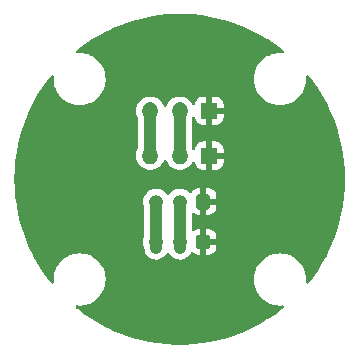
<source format=gbr>
%TF.GenerationSoftware,KiCad,Pcbnew,7.0.1*%
%TF.CreationDate,2024-02-10T23:36:13+09:00*%
%TF.ProjectId,connect,636f6e6e-6563-4742-9e6b-696361645f70,rev?*%
%TF.SameCoordinates,Original*%
%TF.FileFunction,Copper,L1,Top*%
%TF.FilePolarity,Positive*%
%FSLAX46Y46*%
G04 Gerber Fmt 4.6, Leading zero omitted, Abs format (unit mm)*
G04 Created by KiCad (PCBNEW 7.0.1) date 2024-02-10 23:36:13*
%MOMM*%
%LPD*%
G01*
G04 APERTURE LIST*
G04 Aperture macros list*
%AMRoundRect*
0 Rectangle with rounded corners*
0 $1 Rounding radius*
0 $2 $3 $4 $5 $6 $7 $8 $9 X,Y pos of 4 corners*
0 Add a 4 corners polygon primitive as box body*
4,1,4,$2,$3,$4,$5,$6,$7,$8,$9,$2,$3,0*
0 Add four circle primitives for the rounded corners*
1,1,$1+$1,$2,$3*
1,1,$1+$1,$4,$5*
1,1,$1+$1,$6,$7*
1,1,$1+$1,$8,$9*
0 Add four rect primitives between the rounded corners*
20,1,$1+$1,$2,$3,$4,$5,0*
20,1,$1+$1,$4,$5,$6,$7,0*
20,1,$1+$1,$6,$7,$8,$9,0*
20,1,$1+$1,$8,$9,$2,$3,0*%
G04 Aperture macros list end*
%TA.AperFunction,ComponentPad*%
%ADD10RoundRect,0.205882X0.494118X0.494118X-0.494118X0.494118X-0.494118X-0.494118X0.494118X-0.494118X0*%
%TD*%
%TA.AperFunction,ComponentPad*%
%ADD11O,1.400000X1.400000*%
%TD*%
%TA.AperFunction,ComponentPad*%
%ADD12RoundRect,0.250000X0.350000X0.350000X-0.350000X0.350000X-0.350000X-0.350000X0.350000X-0.350000X0*%
%TD*%
%TA.AperFunction,ComponentPad*%
%ADD13O,1.200000X1.200000*%
%TD*%
%TA.AperFunction,ComponentPad*%
%ADD14RoundRect,0.250000X0.350000X0.400000X-0.350000X0.400000X-0.350000X-0.400000X0.350000X-0.400000X0*%
%TD*%
%TA.AperFunction,ViaPad*%
%ADD15C,0.800000*%
%TD*%
%TA.AperFunction,Conductor*%
%ADD16C,1.000000*%
%TD*%
G04 APERTURE END LIST*
D10*
%TO.P,SERVO,1,Pin_1*%
%TO.N,GND*%
X2500000Y5800000D03*
D11*
%TO.P,SERVO,2,Pin_2*%
%TO.N,Net-(J3-Pin_2)*%
X0Y5800000D03*
%TO.P,SERVO,3,Pin_3*%
%TO.N,Net-(J3-Pin_3)*%
X-2500000Y5800000D03*
%TD*%
D12*
%TO.P,LED,1,Pin_1*%
%TO.N,GND*%
X2000000Y-5300000D03*
D13*
%TO.P,LED,2,Pin_2*%
%TO.N,Net-(J1-Pin_2)*%
X0Y-5300000D03*
%TO.P,LED,3,Pin_3*%
%TO.N,Net-(J1-Pin_3)*%
X-2000000Y-5300000D03*
%TD*%
D14*
%TO.P,J2,1,Pin_1*%
%TO.N,GND*%
X2000000Y-1900000D03*
D13*
%TO.P,J2,2,Pin_2*%
%TO.N,Net-(J1-Pin_2)*%
X0Y-1900000D03*
%TO.P,J2,3,Pin_3*%
%TO.N,Net-(J1-Pin_3)*%
X-2000000Y-1900000D03*
%TD*%
D10*
%TO.P,J4,1,Pin_1*%
%TO.N,GND*%
X2500000Y2000000D03*
D11*
%TO.P,J4,2,Pin_2*%
%TO.N,Net-(J3-Pin_2)*%
X0Y2000000D03*
%TO.P,J4,3,Pin_3*%
%TO.N,Net-(J3-Pin_3)*%
X-2500000Y2000000D03*
%TD*%
D15*
%TO.N,GND*%
X11000000Y-7500000D03*
X-11000000Y-7500000D03*
X-11000000Y7500000D03*
X1500000Y-3600000D03*
X-7500000Y11000000D03*
X1500000Y3900000D03*
X7500000Y11000000D03*
X7500000Y-11000000D03*
X11000000Y7500000D03*
X-7500000Y-11000000D03*
%TD*%
D16*
%TO.N,Net-(J1-Pin_2)*%
X0Y-5800000D02*
X0Y-2000000D01*
%TO.N,Net-(J1-Pin_3)*%
X-2000000Y-5800000D02*
X-2000000Y-2000000D01*
%TO.N,Net-(J3-Pin_2)*%
X0Y2000000D02*
X0Y6000000D01*
%TO.N,Net-(J3-Pin_3)*%
X-2500000Y2000000D02*
X-2500000Y6000000D01*
%TD*%
%TA.AperFunction,Conductor*%
%TO.N,GND*%
G36*
X375976Y13994363D02*
G01*
X1113656Y13955046D01*
X1120236Y13954520D01*
X1854820Y13875993D01*
X1861364Y13875116D01*
X2590686Y13757611D01*
X2597173Y13756388D01*
X3319227Y13600231D01*
X3325641Y13598664D01*
X4038357Y13404298D01*
X4044678Y13402392D01*
X4746032Y13170372D01*
X4752242Y13168133D01*
X5440271Y12899108D01*
X5446353Y12896541D01*
X6119077Y12591284D01*
X6125014Y12588397D01*
X6780532Y12247772D01*
X6786308Y12244573D01*
X7422791Y11869529D01*
X7428387Y11866027D01*
X8043991Y11457650D01*
X8049394Y11453855D01*
X8642385Y11013298D01*
X8647577Y11009222D01*
X8784370Y10895810D01*
X8820582Y10845842D01*
X8828223Y10784605D01*
X8805399Y10727268D01*
X8757765Y10688033D01*
X8697119Y10676618D01*
X8485281Y10690503D01*
X8197442Y10671637D01*
X8197437Y10671636D01*
X8197435Y10671636D01*
X8056956Y10643692D01*
X7914528Y10615362D01*
X7801742Y10577076D01*
X7641378Y10522640D01*
X7540686Y10472984D01*
X7382670Y10395059D01*
X7142827Y10234801D01*
X6925954Y10044608D01*
X6804307Y9905896D01*
X6735760Y9827734D01*
X6575502Y9587891D01*
X6447921Y9329183D01*
X6355199Y9056031D01*
X6298925Y8773126D01*
X6298925Y8773120D01*
X6280059Y8485281D01*
X6289002Y8348845D01*
X6298925Y8197435D01*
X6355199Y7914530D01*
X6447921Y7641378D01*
X6575502Y7382670D01*
X6735760Y7142827D01*
X6925954Y6925954D01*
X7142827Y6735760D01*
X7382670Y6575502D01*
X7641378Y6447921D01*
X7914530Y6355199D01*
X8197435Y6298925D01*
X8485281Y6280059D01*
X8773126Y6298925D01*
X9056031Y6355199D01*
X9329183Y6447921D01*
X9587891Y6575502D01*
X9827734Y6735760D01*
X9962396Y6853856D01*
X10044608Y6925954D01*
X10234801Y7142827D01*
X10395059Y7382670D01*
X10522640Y7641379D01*
X10615362Y7914528D01*
X10671637Y8197442D01*
X10690503Y8485281D01*
X10676640Y8696786D01*
X10688335Y8758030D01*
X10728359Y8805840D01*
X10786592Y8828127D01*
X10848309Y8819255D01*
X10897906Y8781468D01*
X11235512Y8351456D01*
X11239450Y8346156D01*
X11664087Y7741614D01*
X11667736Y7736113D01*
X12059571Y7109871D01*
X12062923Y7104183D01*
X12420884Y6457952D01*
X12423928Y6452094D01*
X12746988Y5787733D01*
X12749716Y5781721D01*
X13036956Y5101109D01*
X13039360Y5094961D01*
X13289975Y4400013D01*
X13292048Y4393745D01*
X13505314Y3686467D01*
X13507051Y3680097D01*
X13682373Y2962465D01*
X13683769Y2956013D01*
X13820651Y2230051D01*
X13821701Y2223533D01*
X13919751Y1491333D01*
X13920453Y1484768D01*
X13979395Y748368D01*
X13979746Y741776D01*
X13999412Y3301D01*
X13999412Y-3301D01*
X13979746Y-741776D01*
X13979395Y-748368D01*
X13920453Y-1484768D01*
X13919751Y-1491333D01*
X13821701Y-2223533D01*
X13820651Y-2230051D01*
X13683769Y-2956013D01*
X13682373Y-2962465D01*
X13507051Y-3680097D01*
X13505314Y-3686467D01*
X13292048Y-4393745D01*
X13289975Y-4400013D01*
X13039360Y-5094961D01*
X13036956Y-5101109D01*
X12749716Y-5781721D01*
X12746988Y-5787733D01*
X12423928Y-6452094D01*
X12420884Y-6457952D01*
X12062923Y-7104183D01*
X12059571Y-7109871D01*
X11667736Y-7736113D01*
X11664087Y-7741614D01*
X11239450Y-8346156D01*
X11235512Y-8351456D01*
X10897906Y-8781468D01*
X10848309Y-8819255D01*
X10786592Y-8828127D01*
X10728359Y-8805840D01*
X10688335Y-8758030D01*
X10676640Y-8696785D01*
X10690503Y-8485281D01*
X10671637Y-8197442D01*
X10615362Y-7914528D01*
X10522640Y-7641379D01*
X10395059Y-7382670D01*
X10234801Y-7142827D01*
X10044608Y-6925954D01*
X9827735Y-6735761D01*
X9787467Y-6708855D01*
X9587891Y-6575502D01*
X9329183Y-6447921D01*
X9056031Y-6355199D01*
X8773126Y-6298925D01*
X8485281Y-6280059D01*
X8197435Y-6298925D01*
X7914530Y-6355199D01*
X7641378Y-6447921D01*
X7382670Y-6575502D01*
X7142827Y-6735760D01*
X6925954Y-6925954D01*
X6735760Y-7142827D01*
X6575502Y-7382670D01*
X6447921Y-7641378D01*
X6355199Y-7914530D01*
X6298925Y-8197435D01*
X6288830Y-8351456D01*
X6280059Y-8485281D01*
X6282754Y-8526400D01*
X6298925Y-8773126D01*
X6355199Y-9056031D01*
X6447921Y-9329183D01*
X6575502Y-9587891D01*
X6575503Y-9587892D01*
X6735761Y-9827735D01*
X6925954Y-10044608D01*
X7142827Y-10234801D01*
X7382670Y-10395059D01*
X7641378Y-10522640D01*
X7732428Y-10553547D01*
X7914528Y-10615362D01*
X8056956Y-10643692D01*
X8197435Y-10671636D01*
X8197437Y-10671636D01*
X8197442Y-10671637D01*
X8485281Y-10690503D01*
X8697119Y-10676618D01*
X8757765Y-10688033D01*
X8805399Y-10727268D01*
X8828223Y-10784605D01*
X8820582Y-10845842D01*
X8784370Y-10895810D01*
X8685329Y-10977922D01*
X8647577Y-11009222D01*
X8642385Y-11013298D01*
X8049394Y-11453855D01*
X8043991Y-11457650D01*
X7428387Y-11866027D01*
X7422791Y-11869529D01*
X6786308Y-12244573D01*
X6780532Y-12247772D01*
X6125014Y-12588397D01*
X6119077Y-12591284D01*
X5446353Y-12896541D01*
X5440271Y-12899108D01*
X4752242Y-13168133D01*
X4746032Y-13170372D01*
X4044678Y-13402392D01*
X4038357Y-13404298D01*
X3325641Y-13598664D01*
X3319227Y-13600231D01*
X2597173Y-13756388D01*
X2590686Y-13757611D01*
X1861364Y-13875116D01*
X1854820Y-13875993D01*
X1120236Y-13954520D01*
X1113656Y-13955046D01*
X375976Y-13994363D01*
X369376Y-13994539D01*
X-369376Y-13994539D01*
X-375976Y-13994363D01*
X-1113656Y-13955046D01*
X-1120236Y-13954520D01*
X-1854820Y-13875993D01*
X-1861364Y-13875116D01*
X-2590686Y-13757611D01*
X-2597173Y-13756388D01*
X-3319227Y-13600231D01*
X-3325641Y-13598664D01*
X-4038357Y-13404298D01*
X-4044678Y-13402392D01*
X-4746032Y-13170372D01*
X-4752242Y-13168133D01*
X-5440271Y-12899108D01*
X-5446353Y-12896541D01*
X-6119077Y-12591284D01*
X-6125014Y-12588397D01*
X-6780532Y-12247772D01*
X-6786308Y-12244573D01*
X-7422791Y-11869529D01*
X-7428387Y-11866027D01*
X-8043991Y-11457650D01*
X-8049394Y-11453855D01*
X-8642385Y-11013298D01*
X-8647577Y-11009222D01*
X-8685329Y-10977922D01*
X-8784370Y-10895810D01*
X-8820582Y-10845842D01*
X-8828223Y-10784605D01*
X-8805399Y-10727268D01*
X-8757765Y-10688033D01*
X-8697119Y-10676618D01*
X-8485281Y-10690503D01*
X-8197442Y-10671637D01*
X-8197437Y-10671636D01*
X-8197435Y-10671636D01*
X-8056956Y-10643692D01*
X-7914528Y-10615362D01*
X-7732428Y-10553547D01*
X-7641378Y-10522640D01*
X-7382670Y-10395059D01*
X-7142827Y-10234801D01*
X-6925954Y-10044608D01*
X-6735761Y-9827735D01*
X-6575503Y-9587892D01*
X-6575502Y-9587891D01*
X-6447921Y-9329183D01*
X-6355199Y-9056031D01*
X-6298925Y-8773126D01*
X-6282754Y-8526400D01*
X-6280059Y-8485281D01*
X-6288830Y-8351456D01*
X-6298925Y-8197435D01*
X-6355199Y-7914530D01*
X-6447921Y-7641378D01*
X-6575502Y-7382670D01*
X-6735760Y-7142827D01*
X-6925954Y-6925954D01*
X-7142827Y-6735760D01*
X-7382670Y-6575502D01*
X-7641378Y-6447921D01*
X-7914530Y-6355199D01*
X-8197435Y-6298925D01*
X-8485281Y-6280059D01*
X-8773126Y-6298925D01*
X-9056031Y-6355199D01*
X-9329183Y-6447921D01*
X-9587891Y-6575502D01*
X-9787468Y-6708855D01*
X-9827735Y-6735761D01*
X-10044608Y-6925954D01*
X-10234801Y-7142827D01*
X-10395059Y-7382670D01*
X-10522640Y-7641379D01*
X-10615362Y-7914528D01*
X-10671637Y-8197442D01*
X-10690503Y-8485281D01*
X-10676640Y-8696785D01*
X-10688335Y-8758030D01*
X-10728359Y-8805840D01*
X-10786592Y-8828127D01*
X-10848309Y-8819255D01*
X-10897906Y-8781468D01*
X-11235512Y-8351456D01*
X-11239450Y-8346156D01*
X-11664087Y-7741614D01*
X-11667736Y-7736113D01*
X-12059571Y-7109871D01*
X-12062923Y-7104183D01*
X-12420884Y-6457952D01*
X-12423928Y-6452094D01*
X-12746988Y-5787733D01*
X-12749716Y-5781721D01*
X-12953018Y-5300000D01*
X-3105215Y-5300000D01*
X-3086397Y-5503083D01*
X-3030582Y-5699250D01*
X-3013500Y-5733555D01*
X-3000500Y-5788827D01*
X-3000500Y-5850742D01*
X-2985074Y-6002438D01*
X-2924159Y-6196588D01*
X-2825409Y-6374502D01*
X-2692866Y-6528895D01*
X-2531958Y-6653448D01*
X-2349271Y-6743060D01*
X-2152285Y-6794063D01*
X-1949064Y-6804369D01*
X-1949063Y-6804368D01*
X-1949062Y-6804369D01*
X-1747928Y-6773556D01*
X-1557113Y-6702886D01*
X-1384431Y-6595254D01*
X-1363652Y-6575502D01*
X-1236947Y-6455059D01*
X-1120705Y-6288049D01*
X-1112558Y-6269065D01*
X-1069445Y-6216191D01*
X-1004888Y-6194125D01*
X-938430Y-6209547D01*
X-890190Y-6257787D01*
X-825409Y-6374502D01*
X-692866Y-6528895D01*
X-531958Y-6653448D01*
X-349271Y-6743060D01*
X-152285Y-6794063D01*
X50936Y-6804369D01*
X50936Y-6804368D01*
X50937Y-6804369D01*
X252071Y-6773556D01*
X334413Y-6743060D01*
X442887Y-6702886D01*
X615571Y-6595252D01*
X763053Y-6455059D01*
X879295Y-6288049D01*
X911629Y-6212700D01*
X947828Y-6165007D01*
X1002158Y-6139835D01*
X1061950Y-6143057D01*
X1113260Y-6173922D01*
X1181654Y-6242316D01*
X1330877Y-6334357D01*
X1497303Y-6389506D01*
X1600021Y-6400000D01*
X1750000Y-6400000D01*
X1750000Y-5550000D01*
X2250000Y-5550000D01*
X2250000Y-6399999D01*
X2399979Y-6399999D01*
X2502695Y-6389506D01*
X2669122Y-6334357D01*
X2818345Y-6242316D01*
X2942316Y-6118345D01*
X3034357Y-5969122D01*
X3089506Y-5802696D01*
X3100000Y-5699979D01*
X3100000Y-5550000D01*
X2250000Y-5550000D01*
X1750000Y-5550000D01*
X1750000Y-4200001D01*
X1600021Y-4200001D01*
X1497304Y-4210493D01*
X1330877Y-4265642D01*
X1189596Y-4352785D01*
X1127204Y-4371217D01*
X1064068Y-4355523D01*
X1017566Y-4310025D01*
X1000500Y-4247246D01*
X1000500Y-4200000D01*
X2250000Y-4200000D01*
X2250000Y-5050000D01*
X3099999Y-5050000D01*
X3099999Y-4900021D01*
X3089506Y-4797304D01*
X3034357Y-4630877D01*
X2942316Y-4481654D01*
X2818345Y-4357683D01*
X2669122Y-4265642D01*
X2502696Y-4210493D01*
X2399979Y-4200000D01*
X2250000Y-4200000D01*
X1000500Y-4200000D01*
X1000500Y-3002754D01*
X1017566Y-2939975D01*
X1064068Y-2894477D01*
X1127204Y-2878783D01*
X1189596Y-2897215D01*
X1330877Y-2984357D01*
X1497303Y-3039506D01*
X1600021Y-3050000D01*
X1750000Y-3050000D01*
X1750000Y-2150000D01*
X2250000Y-2150000D01*
X2250000Y-3049999D01*
X2399979Y-3049999D01*
X2502695Y-3039506D01*
X2669122Y-2984357D01*
X2818345Y-2892316D01*
X2942316Y-2768345D01*
X3034357Y-2619122D01*
X3089506Y-2452696D01*
X3100000Y-2349979D01*
X3100000Y-2150000D01*
X2250000Y-2150000D01*
X1750000Y-2150000D01*
X1750000Y-750001D01*
X1600021Y-750001D01*
X1497304Y-760493D01*
X1330877Y-815642D01*
X1181654Y-907683D01*
X1057682Y-1031655D01*
X1000638Y-1124138D01*
X962928Y-1162845D01*
X912336Y-1181837D01*
X858471Y-1177507D01*
X811562Y-1150678D01*
X666041Y-1018018D01*
X492638Y-910652D01*
X302457Y-836976D01*
X235629Y-824484D01*
X101976Y-799500D01*
X-101976Y-799500D01*
X-235629Y-824484D01*
X-302457Y-836976D01*
X-492638Y-910652D01*
X-666041Y-1018018D01*
X-816763Y-1155419D01*
X-901046Y-1267028D01*
X-944729Y-1303301D01*
X-1000000Y-1316301D01*
X-1055271Y-1303301D01*
X-1098954Y-1267028D01*
X-1183236Y-1155419D01*
X-1333958Y-1018018D01*
X-1507361Y-910652D01*
X-1697542Y-836976D01*
X-1797783Y-818238D01*
X-1898024Y-799500D01*
X-2101976Y-799500D01*
X-2235629Y-824484D01*
X-2302457Y-836976D01*
X-2492638Y-910652D01*
X-2666041Y-1018018D01*
X-2816763Y-1155419D01*
X-2939675Y-1318181D01*
X-3000000Y-1439332D01*
X-3030582Y-1500750D01*
X-3086397Y-1696917D01*
X-3105215Y-1900000D01*
X-3086397Y-2103083D01*
X-3030582Y-2299250D01*
X-3013500Y-2333555D01*
X-3000500Y-2388827D01*
X-3000500Y-4811173D01*
X-3013500Y-4866445D01*
X-3030582Y-4900751D01*
X-3086397Y-5096916D01*
X-3087992Y-5114138D01*
X-3105215Y-5300000D01*
X-12953018Y-5300000D01*
X-13036956Y-5101109D01*
X-13039360Y-5094961D01*
X-13289975Y-4400013D01*
X-13292048Y-4393745D01*
X-13505314Y-3686467D01*
X-13507051Y-3680097D01*
X-13682373Y-2962465D01*
X-13683769Y-2956013D01*
X-13820651Y-2230051D01*
X-13821701Y-2223533D01*
X-13919751Y-1491333D01*
X-13920453Y-1484768D01*
X-13979264Y-750000D01*
X2250000Y-750000D01*
X2250000Y-1650000D01*
X3099999Y-1650000D01*
X3099999Y-1450021D01*
X3089506Y-1347304D01*
X3034357Y-1180877D01*
X2942316Y-1031654D01*
X2818345Y-907683D01*
X2669122Y-815642D01*
X2502696Y-760493D01*
X2399979Y-750000D01*
X2250000Y-750000D01*
X-13979264Y-750000D01*
X-13979395Y-748368D01*
X-13979746Y-741776D01*
X-13999412Y-3301D01*
X-13999412Y3301D01*
X-13979746Y741776D01*
X-13979395Y748368D01*
X-13920453Y1484768D01*
X-13919751Y1491333D01*
X-13851635Y2000000D01*
X-3705643Y2000000D01*
X-3685115Y1778464D01*
X-3685114Y1778462D01*
X-3624230Y1564473D01*
X-3525058Y1365311D01*
X-3390980Y1187762D01*
X-3226562Y1037875D01*
X-3037404Y920754D01*
X-3037401Y920753D01*
X-2829940Y840382D01*
X-2611243Y799500D01*
X-2388759Y799500D01*
X-2388757Y799500D01*
X-2170060Y840382D01*
X-2125979Y857459D01*
X-1962595Y920754D01*
X-1773437Y1037875D01*
X-1609019Y1187762D01*
X-1474941Y1365311D01*
X-1375770Y1564472D01*
X-1369266Y1587333D01*
X-1336867Y1641886D01*
X-1281724Y1673271D01*
X-1218276Y1673271D01*
X-1163133Y1641886D01*
X-1130734Y1587333D01*
X-1124229Y1564472D01*
X-1025058Y1365311D01*
X-890980Y1187762D01*
X-726562Y1037875D01*
X-537404Y920754D01*
X-537401Y920753D01*
X-329940Y840382D01*
X-111243Y799500D01*
X111241Y799500D01*
X111243Y799500D01*
X329940Y840382D01*
X537401Y920753D01*
X537404Y920754D01*
X726562Y1037875D01*
X890980Y1187762D01*
X1025060Y1365313D01*
X1069069Y1453696D01*
X1110977Y1501392D01*
X1170999Y1522093D01*
X1233399Y1510371D01*
X1281818Y1469300D01*
X1303560Y1409647D01*
X1306462Y1377709D01*
X1357460Y1214052D01*
X1446143Y1067352D01*
X1567352Y946143D01*
X1714053Y857459D01*
X1877707Y806463D01*
X1948832Y800000D01*
X2250000Y800000D01*
X2250000Y1750000D01*
X2750000Y1750000D01*
X2750000Y800001D01*
X3051171Y800001D01*
X3122290Y806462D01*
X3285947Y857460D01*
X3432647Y946143D01*
X3553856Y1067352D01*
X3642540Y1214053D01*
X3693536Y1377707D01*
X3700000Y1448832D01*
X3700000Y1750000D01*
X2750000Y1750000D01*
X2250000Y1750000D01*
X2250000Y3199999D01*
X1948829Y3199999D01*
X1877709Y3193537D01*
X1714052Y3142539D01*
X1567352Y3053856D01*
X1446143Y2932647D01*
X1357459Y2785946D01*
X1306463Y2622292D01*
X1303560Y2590349D01*
X1281817Y2530697D01*
X1233398Y2489627D01*
X1170998Y2477905D01*
X1110976Y2498606D01*
X1069070Y2546299D01*
X1025058Y2634689D01*
X1025054Y2634694D01*
X1022557Y2639709D01*
X1006928Y2669364D01*
X1000500Y2708769D01*
X1000500Y3200000D01*
X2750000Y3200000D01*
X2750000Y2250000D01*
X3699999Y2250000D01*
X3699999Y2551171D01*
X3693537Y2622290D01*
X3642539Y2785947D01*
X3553856Y2932647D01*
X3432647Y3053856D01*
X3285946Y3142540D01*
X3122292Y3193536D01*
X3051168Y3200000D01*
X2750000Y3200000D01*
X1000500Y3200000D01*
X1000500Y5091231D01*
X1006928Y5130636D01*
X1022549Y5160273D01*
X1025058Y5165311D01*
X1069070Y5253700D01*
X1110977Y5301394D01*
X1170999Y5322094D01*
X1233400Y5310372D01*
X1281818Y5269300D01*
X1303560Y5209647D01*
X1306462Y5177710D01*
X1357460Y5014052D01*
X1446143Y4867352D01*
X1567352Y4746143D01*
X1714053Y4657459D01*
X1877707Y4606463D01*
X1948832Y4600000D01*
X2250000Y4600000D01*
X2250000Y5550000D01*
X2750000Y5550000D01*
X2750000Y4600001D01*
X3051171Y4600001D01*
X3122290Y4606462D01*
X3285947Y4657460D01*
X3432647Y4746143D01*
X3553856Y4867352D01*
X3642540Y5014053D01*
X3693536Y5177707D01*
X3700000Y5248832D01*
X3700000Y5550000D01*
X2750000Y5550000D01*
X2250000Y5550000D01*
X2250000Y6999999D01*
X1948829Y6999999D01*
X1877709Y6993537D01*
X1714052Y6942539D01*
X1567352Y6853856D01*
X1446143Y6732647D01*
X1357459Y6585946D01*
X1306463Y6422292D01*
X1303560Y6390350D01*
X1281817Y6330698D01*
X1233398Y6289627D01*
X1170998Y6277906D01*
X1110976Y6298607D01*
X1069070Y6346299D01*
X1025058Y6434689D01*
X890981Y6612236D01*
X726562Y6762124D01*
X537401Y6879247D01*
X329940Y6959618D01*
X173591Y6988844D01*
X165330Y6990685D01*
X152285Y6994063D01*
X151542Y6994100D01*
X135027Y6996053D01*
X113917Y7000000D01*
X2750000Y7000000D01*
X2750000Y6050000D01*
X3699999Y6050000D01*
X3699999Y6351171D01*
X3693537Y6422290D01*
X3642539Y6585947D01*
X3553856Y6732647D01*
X3432647Y6853856D01*
X3285946Y6942540D01*
X3122292Y6993536D01*
X3051168Y7000000D01*
X2750000Y7000000D01*
X113917Y7000000D01*
X111243Y7000500D01*
X28501Y7000500D01*
X22221Y7000658D01*
X-8212Y7002202D01*
X-50935Y7004369D01*
X-50935Y7004368D01*
X-50936Y7004369D01*
X-66857Y7001929D01*
X-85635Y7000500D01*
X-111243Y7000500D01*
X-329940Y6959618D01*
X-537401Y6879247D01*
X-726562Y6762124D01*
X-890981Y6612236D01*
X-1025058Y6434689D01*
X-1092661Y6298925D01*
X-1124230Y6235526D01*
X-1130734Y6212667D01*
X-1163133Y6158113D01*
X-1218275Y6126728D01*
X-1281725Y6126728D01*
X-1336867Y6158113D01*
X-1369266Y6212667D01*
X-1375769Y6235526D01*
X-1474941Y6434688D01*
X-1609019Y6612237D01*
X-1773437Y6762124D01*
X-1962595Y6879245D01*
X-1962597Y6879245D01*
X-1962599Y6879247D01*
X-2170060Y6959618D01*
X-2326379Y6988839D01*
X-2334664Y6990683D01*
X-2347715Y6994063D01*
X-2348457Y6994100D01*
X-2364958Y6996050D01*
X-2388757Y7000500D01*
X-2388761Y7000500D01*
X-2471499Y7000500D01*
X-2477778Y7000658D01*
X-2508212Y7002202D01*
X-2550935Y7004369D01*
X-2550935Y7004368D01*
X-2550936Y7004369D01*
X-2566857Y7001929D01*
X-2585635Y7000500D01*
X-2611243Y7000500D01*
X-2829940Y6959618D01*
X-3037401Y6879247D01*
X-3226562Y6762124D01*
X-3390981Y6612236D01*
X-3525058Y6434689D01*
X-3624229Y6235528D01*
X-3685115Y6021536D01*
X-3705643Y5800000D01*
X-3685115Y5578464D01*
X-3685114Y5578462D01*
X-3624230Y5364474D01*
X-3624229Y5364472D01*
X-3525058Y5165311D01*
X-3525055Y5165307D01*
X-3522549Y5160274D01*
X-3506928Y5130636D01*
X-3500500Y5091231D01*
X-3500500Y2708769D01*
X-3506928Y2669364D01*
X-3522549Y2639725D01*
X-3525054Y2634694D01*
X-3525058Y2634689D01*
X-3624229Y2435528D01*
X-3685115Y2221536D01*
X-3705643Y2000000D01*
X-13851635Y2000000D01*
X-13821701Y2223533D01*
X-13820651Y2230051D01*
X-13683769Y2956013D01*
X-13682373Y2962465D01*
X-13507051Y3680097D01*
X-13505314Y3686467D01*
X-13292048Y4393745D01*
X-13289975Y4400013D01*
X-13039360Y5094961D01*
X-13036956Y5101109D01*
X-12749716Y5781721D01*
X-12746988Y5787733D01*
X-12423928Y6452094D01*
X-12420884Y6457952D01*
X-12062923Y7104183D01*
X-12059571Y7109871D01*
X-11667736Y7736113D01*
X-11664087Y7741614D01*
X-11239450Y8346156D01*
X-11235512Y8351456D01*
X-10897906Y8781468D01*
X-10848309Y8819255D01*
X-10786592Y8828127D01*
X-10728359Y8805840D01*
X-10688335Y8758030D01*
X-10676640Y8696786D01*
X-10690503Y8485281D01*
X-10671637Y8197442D01*
X-10615362Y7914528D01*
X-10522640Y7641379D01*
X-10395059Y7382670D01*
X-10234801Y7142827D01*
X-10044608Y6925954D01*
X-9962396Y6853856D01*
X-9827734Y6735760D01*
X-9587891Y6575502D01*
X-9329183Y6447921D01*
X-9056031Y6355199D01*
X-8773126Y6298925D01*
X-8485281Y6280059D01*
X-8197435Y6298925D01*
X-7914530Y6355199D01*
X-7641378Y6447921D01*
X-7382670Y6575502D01*
X-7142827Y6735760D01*
X-6925954Y6925954D01*
X-6735760Y7142827D01*
X-6575502Y7382670D01*
X-6447921Y7641378D01*
X-6355199Y7914530D01*
X-6298925Y8197435D01*
X-6289002Y8348845D01*
X-6280059Y8485281D01*
X-6298925Y8773120D01*
X-6298925Y8773126D01*
X-6355199Y9056031D01*
X-6447921Y9329183D01*
X-6575502Y9587891D01*
X-6735760Y9827734D01*
X-6804307Y9905896D01*
X-6925954Y10044608D01*
X-7142827Y10234801D01*
X-7382670Y10395059D01*
X-7540686Y10472984D01*
X-7641378Y10522640D01*
X-7801742Y10577076D01*
X-7914528Y10615362D01*
X-8056956Y10643692D01*
X-8197435Y10671636D01*
X-8197437Y10671636D01*
X-8197442Y10671637D01*
X-8485281Y10690503D01*
X-8697119Y10676618D01*
X-8757765Y10688033D01*
X-8805399Y10727268D01*
X-8828223Y10784605D01*
X-8820582Y10845842D01*
X-8784370Y10895810D01*
X-8647577Y11009222D01*
X-8642385Y11013298D01*
X-8049394Y11453855D01*
X-8043991Y11457650D01*
X-7428387Y11866027D01*
X-7422791Y11869529D01*
X-6786308Y12244573D01*
X-6780532Y12247772D01*
X-6125014Y12588397D01*
X-6119077Y12591284D01*
X-5446353Y12896541D01*
X-5440271Y12899108D01*
X-4752242Y13168133D01*
X-4746032Y13170372D01*
X-4044678Y13402392D01*
X-4038357Y13404298D01*
X-3325641Y13598664D01*
X-3319227Y13600231D01*
X-2597173Y13756388D01*
X-2590686Y13757611D01*
X-1861364Y13875116D01*
X-1854820Y13875993D01*
X-1120236Y13954520D01*
X-1113656Y13955046D01*
X-375976Y13994363D01*
X-369376Y13994539D01*
X369376Y13994539D01*
X375976Y13994363D01*
G37*
%TD.AperFunction*%
%TD*%
M02*

</source>
